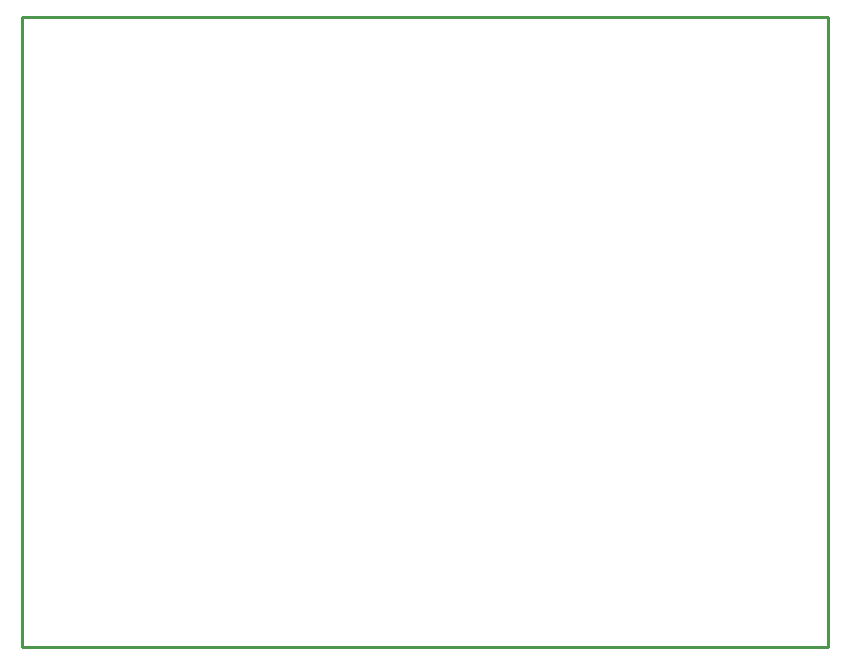
<source format=gbr>
G04 EAGLE Gerber RS-274X export*
G75*
%MOIN*%
%FSLAX34Y34*%
%LPD*%
%IN*%
%IPPOS*%
%AMOC8*
5,1,8,0,0,1.08239X$1,22.5*%
G01*
%ADD10C,0.010000*%


D10*
X0Y0D02*
X26870Y0D01*
X26870Y20996D01*
X0Y20996D01*
X0Y0D01*
M02*

</source>
